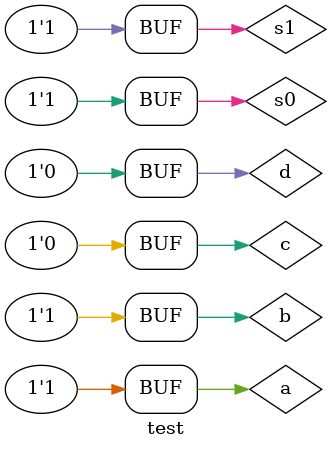
<source format=v>
`include "mux.v"

module test;
reg a, b, c, d, s0, s1;
wire y;
mux i(y, a, b, c, d, s0, s1);

initial begin
    a = 1; b = 1; c = 0; d = 0;
       s1 = 0; s0 = 0;
    #1 s1 = 0; s0 = 1;
    #1 s1 = 1; s0 = 0;
    #1 s1 = 1; s0 = 1;
end

initial begin
    $monitor("s1 = %d s0 = %d y = %d", s1, s0, y);
end



endmodule
</source>
